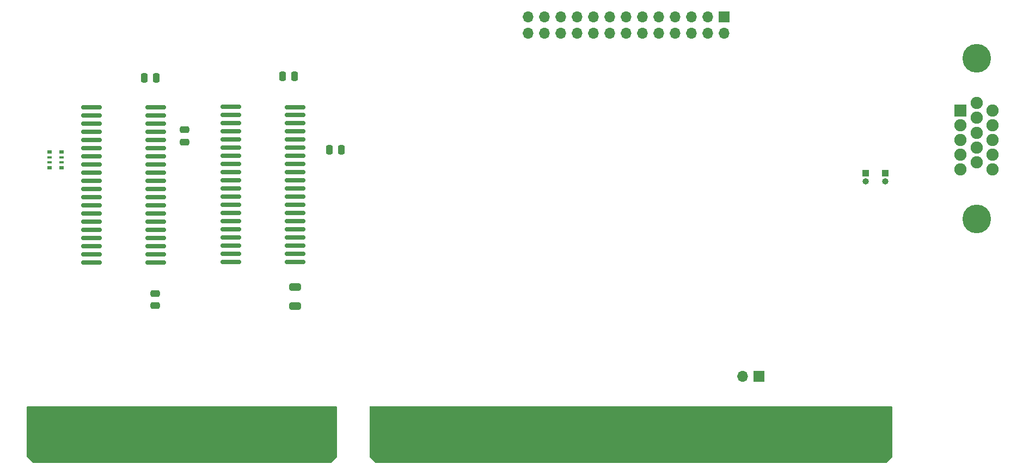
<source format=gbr>
%TF.GenerationSoftware,KiCad,Pcbnew,8.0.5-dirty*%
%TF.CreationDate,2024-12-29T14:15:33-08:00*%
%TF.ProjectId,nightshade,6e696768-7473-4686-9164-652e6b696361,rev?*%
%TF.SameCoordinates,Original*%
%TF.FileFunction,Soldermask,Bot*%
%TF.FilePolarity,Negative*%
%FSLAX46Y46*%
G04 Gerber Fmt 4.6, Leading zero omitted, Abs format (unit mm)*
G04 Created by KiCad (PCBNEW 8.0.5-dirty) date 2024-12-29 14:15:33*
%MOMM*%
%LPD*%
G01*
G04 APERTURE LIST*
G04 Aperture macros list*
%AMRoundRect*
0 Rectangle with rounded corners*
0 $1 Rounding radius*
0 $2 $3 $4 $5 $6 $7 $8 $9 X,Y pos of 4 corners*
0 Add a 4 corners polygon primitive as box body*
4,1,4,$2,$3,$4,$5,$6,$7,$8,$9,$2,$3,0*
0 Add four circle primitives for the rounded corners*
1,1,$1+$1,$2,$3*
1,1,$1+$1,$4,$5*
1,1,$1+$1,$6,$7*
1,1,$1+$1,$8,$9*
0 Add four rect primitives between the rounded corners*
20,1,$1+$1,$2,$3,$4,$5,0*
20,1,$1+$1,$4,$5,$6,$7,0*
20,1,$1+$1,$6,$7,$8,$9,0*
20,1,$1+$1,$8,$9,$2,$3,0*%
G04 Aperture macros list end*
%ADD10R,1.780000X7.620000*%
%ADD11R,1.700000X1.700000*%
%ADD12O,1.700000X1.700000*%
%ADD13R,1.000000X1.000000*%
%ADD14O,1.000000X1.000000*%
%ADD15C,4.450000*%
%ADD16RoundRect,0.102000X0.847500X-0.847500X0.847500X0.847500X-0.847500X0.847500X-0.847500X-0.847500X0*%
%ADD17C,1.899000*%
%ADD18RoundRect,0.250000X-0.650000X0.325000X-0.650000X-0.325000X0.650000X-0.325000X0.650000X0.325000X0*%
%ADD19RoundRect,0.250000X-0.250000X-0.475000X0.250000X-0.475000X0.250000X0.475000X-0.250000X0.475000X0*%
%ADD20RoundRect,0.250000X0.250000X0.475000X-0.250000X0.475000X-0.250000X-0.475000X0.250000X-0.475000X0*%
%ADD21RoundRect,0.250000X0.475000X-0.250000X0.475000X0.250000X-0.475000X0.250000X-0.475000X-0.250000X0*%
%ADD22RoundRect,0.150000X1.475000X0.150000X-1.475000X0.150000X-1.475000X-0.150000X1.475000X-0.150000X0*%
%ADD23RoundRect,0.250000X-0.475000X0.250000X-0.475000X-0.250000X0.475000X-0.250000X0.475000X0.250000X0*%
%ADD24R,0.800000X0.500000*%
%ADD25R,0.800000X0.400000*%
G04 APERTURE END LIST*
D10*
%TO.C,J2*%
X214350000Y-152310000D03*
X211810000Y-152310000D03*
X209270000Y-152310000D03*
X206730000Y-152310000D03*
X204190000Y-152310000D03*
X201650000Y-152310000D03*
X199110000Y-152310000D03*
X196570000Y-152310000D03*
X194030000Y-152310000D03*
X191490000Y-152310000D03*
X188950000Y-152310000D03*
X186410000Y-152310000D03*
X183870000Y-152310000D03*
X181330000Y-152310000D03*
X178790000Y-152310000D03*
X176250000Y-152310000D03*
X173710000Y-152310000D03*
X171170000Y-152310000D03*
X168630000Y-152310000D03*
X166090000Y-152310000D03*
X163550000Y-152310000D03*
X161010000Y-152310000D03*
X158470000Y-152310000D03*
X155930000Y-152310000D03*
X153390000Y-152310000D03*
X150850000Y-152310000D03*
X148310000Y-152310000D03*
X145770000Y-152310000D03*
X143230000Y-152310000D03*
X140690000Y-152310000D03*
X138150000Y-152310000D03*
X127990000Y-152310000D03*
X125450000Y-152310000D03*
X122910000Y-152310000D03*
X120370000Y-152310000D03*
X117830000Y-152310000D03*
X115290000Y-152310000D03*
X112750000Y-152310000D03*
X110210000Y-152310000D03*
X107670000Y-152310000D03*
X105130000Y-152310000D03*
X102590000Y-152310000D03*
X100050000Y-152310000D03*
X97510000Y-152310000D03*
X94970000Y-152310000D03*
X92430000Y-152310000D03*
X89890000Y-152310000D03*
X87350000Y-152310000D03*
X84810000Y-152310000D03*
%TD*%
D11*
%TO.C,JP3*%
X196100000Y-143900000D03*
D12*
X193560000Y-143900000D03*
%TD*%
D11*
%TO.C,J1*%
X190734770Y-88000000D03*
D12*
X190734770Y-90540000D03*
X188194770Y-88000000D03*
X188194770Y-90540000D03*
X185654770Y-88000000D03*
X185654770Y-90540000D03*
X183114770Y-88000000D03*
X183114770Y-90540000D03*
X180574770Y-88000000D03*
X180574770Y-90540000D03*
X178034770Y-88000000D03*
X178034770Y-90540000D03*
X175494770Y-88000000D03*
X175494770Y-90540000D03*
X172954770Y-88000000D03*
X172954770Y-90540000D03*
X170414770Y-88000000D03*
X170414770Y-90540000D03*
X167874770Y-88000000D03*
X167874770Y-90540000D03*
X165334770Y-88000000D03*
X165334770Y-90540000D03*
X162794770Y-88000000D03*
X162794770Y-90540000D03*
X160254770Y-88000000D03*
X160254770Y-90540000D03*
%TD*%
D13*
%TO.C,JP2*%
X215800000Y-112300000D03*
D14*
X215800000Y-113570000D03*
%TD*%
D13*
%TO.C,JP1*%
X212700000Y-112300000D03*
D14*
X212700000Y-113570000D03*
%TD*%
D15*
%TO.C,J3*%
X230000000Y-119395000D03*
X230000000Y-94405000D03*
D16*
X227500000Y-102545000D03*
D17*
X227500000Y-104835000D03*
X227500000Y-107125000D03*
X227500000Y-109415000D03*
X227500000Y-111705000D03*
X230000000Y-101400000D03*
X230000000Y-103690000D03*
X230000000Y-105980000D03*
X230000000Y-108270000D03*
X230000000Y-110560000D03*
X232500000Y-102545000D03*
X232500000Y-104835000D03*
X232500000Y-107125000D03*
X232500000Y-109415000D03*
X232500000Y-111705000D03*
%TD*%
D18*
%TO.C,C23*%
X124000000Y-130000000D03*
X124000000Y-132950000D03*
%TD*%
D19*
%TO.C,C1*%
X122050000Y-97250000D03*
X123950000Y-97250000D03*
%TD*%
D20*
%TO.C,C6*%
X131200000Y-108625000D03*
X129300000Y-108625000D03*
%TD*%
D21*
%TO.C,C55*%
X102250000Y-132900000D03*
X102250000Y-131000000D03*
%TD*%
D19*
%TO.C,C51*%
X100550000Y-97500000D03*
X102450000Y-97500000D03*
%TD*%
D22*
%TO.C,U8*%
X102300000Y-102060000D03*
X102300000Y-103328000D03*
X102300000Y-104598000D03*
X102300000Y-105868000D03*
X102300000Y-107138000D03*
X102300000Y-108408000D03*
X102300000Y-109678000D03*
X102300000Y-110948000D03*
X102300000Y-112218000D03*
X102300000Y-113488000D03*
X102300000Y-114758000D03*
X102300000Y-116028000D03*
X102300000Y-117298000D03*
X102300000Y-118568000D03*
X102300000Y-119838000D03*
X102300000Y-121108000D03*
X102300000Y-122378000D03*
X102300000Y-123648000D03*
X102300000Y-124918000D03*
X102300000Y-126188000D03*
X92330000Y-126188000D03*
X92330000Y-124918000D03*
X92330000Y-123648000D03*
X92330000Y-122378000D03*
X92330000Y-121108000D03*
X92330000Y-119838000D03*
X92330000Y-118568000D03*
X92330000Y-117298000D03*
X92330000Y-116028000D03*
X92330000Y-114758000D03*
X92330000Y-113488000D03*
X92330000Y-112218000D03*
X92330000Y-110948000D03*
X92330000Y-109678000D03*
X92330000Y-108408000D03*
X92330000Y-107138000D03*
X92330000Y-105868000D03*
X92330000Y-104598000D03*
X92330000Y-103328000D03*
X92330000Y-102058000D03*
%TD*%
%TO.C,U7*%
X124000000Y-102002000D03*
X124000000Y-103270000D03*
X124000000Y-104540000D03*
X124000000Y-105810000D03*
X124000000Y-107080000D03*
X124000000Y-108350000D03*
X124000000Y-109620000D03*
X124000000Y-110890000D03*
X124000000Y-112160000D03*
X124000000Y-113430000D03*
X124000000Y-114700000D03*
X124000000Y-115970000D03*
X124000000Y-117240000D03*
X124000000Y-118510000D03*
X124000000Y-119780000D03*
X124000000Y-121050000D03*
X124000000Y-122320000D03*
X124000000Y-123590000D03*
X124000000Y-124860000D03*
X124000000Y-126130000D03*
X114030000Y-126130000D03*
X114030000Y-124860000D03*
X114030000Y-123590000D03*
X114030000Y-122320000D03*
X114030000Y-121050000D03*
X114030000Y-119780000D03*
X114030000Y-118510000D03*
X114030000Y-117240000D03*
X114030000Y-115970000D03*
X114030000Y-114700000D03*
X114030000Y-113430000D03*
X114030000Y-112160000D03*
X114030000Y-110890000D03*
X114030000Y-109620000D03*
X114030000Y-108350000D03*
X114030000Y-107080000D03*
X114030000Y-105810000D03*
X114030000Y-104540000D03*
X114030000Y-103270000D03*
X114030000Y-102000000D03*
%TD*%
D23*
%TO.C,C53*%
X106800000Y-105550000D03*
X106800000Y-107450000D03*
%TD*%
D24*
%TO.C,RN3*%
X85850000Y-111400000D03*
D25*
X85850000Y-110600000D03*
X85850000Y-109800000D03*
D24*
X85850000Y-109000000D03*
X87650000Y-109000000D03*
D25*
X87650000Y-109800000D03*
X87650000Y-110600000D03*
D24*
X87650000Y-111400000D03*
%TD*%
G36*
X216817121Y-148520002D02*
G01*
X216863614Y-148573658D01*
X216875000Y-148626000D01*
X216875000Y-156347810D01*
X216854998Y-156415931D01*
X216838095Y-156436905D01*
X215961905Y-157313095D01*
X215899593Y-157347121D01*
X215872810Y-157350000D01*
X136602190Y-157350000D01*
X136534069Y-157329998D01*
X136513095Y-157313095D01*
X135636905Y-156436905D01*
X135602879Y-156374593D01*
X135600000Y-156347810D01*
X135600000Y-148626000D01*
X135620002Y-148557879D01*
X135673658Y-148511386D01*
X135726000Y-148500000D01*
X216749000Y-148500000D01*
X216817121Y-148520002D01*
G37*
G36*
X130467121Y-148520002D02*
G01*
X130513614Y-148573658D01*
X130525000Y-148626000D01*
X130525000Y-156347810D01*
X130504998Y-156415931D01*
X130488095Y-156436905D01*
X129611905Y-157313095D01*
X129549593Y-157347121D01*
X129522810Y-157350000D01*
X83302170Y-157350000D01*
X83234049Y-157329998D01*
X83213075Y-157313095D01*
X82336905Y-156436925D01*
X82302879Y-156374613D01*
X82300000Y-156347830D01*
X82300000Y-148626000D01*
X82320002Y-148557879D01*
X82373658Y-148511386D01*
X82426000Y-148500000D01*
X130399000Y-148500000D01*
X130467121Y-148520002D01*
G37*
M02*

</source>
